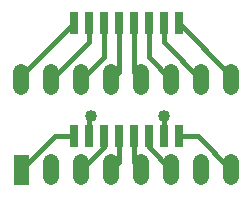
<source format=gtl>
%FSLAX24Y24*%
%MOIN*%
%ADD10C,0.0170*%
%ADD11C,0.0400*%
%ADD12C,0.0520*%
D10*
G01X3624Y5817D02*
X3624Y4687D01*
X3624Y4687D02*
X2875Y3937D01*
X3625Y2057D02*
X3625Y1687D01*
X3625Y1687D02*
X2875Y937D01*
X4625Y2057D02*
X4625Y1187D01*
X4625Y1187D02*
X4875Y937D01*
X2624Y5817D02*
X875Y4067D01*
X875Y4067D02*
X875Y3937D01*
X6124Y5817D02*
X7875Y4067D01*
X7875Y4067D02*
X7875Y3937D01*
X4125Y2057D02*
X4125Y1187D01*
X4125Y1187D02*
X3875Y937D01*
X3125Y2057D02*
X3125Y2677D01*
X3125Y2677D02*
X3182Y2734D01*
X6125Y2057D02*
X6754Y2057D01*
X6754Y2057D02*
X7875Y937D01*
X2625Y2057D02*
X1994Y2057D01*
X1994Y2057D02*
X875Y937D01*
X5125Y2057D02*
X5125Y1687D01*
X5125Y1687D02*
X5875Y937D01*
X3124Y5817D02*
X3124Y5187D01*
X3124Y5187D02*
X1875Y3937D01*
X4124Y5817D02*
X4124Y4187D01*
X4124Y4187D02*
X3875Y3937D01*
X5624Y5817D02*
X5624Y5187D01*
X5624Y5187D02*
X6875Y3937D01*
X4624Y5817D02*
X4624Y4187D01*
X4624Y4187D02*
X4875Y3937D01*
X5124Y5817D02*
X5124Y4687D01*
X5124Y4687D02*
X5875Y3937D01*
X5625Y2057D02*
X5625Y2724D01*
D11*
G01X3182Y2734D03*
X5625Y2724D03*
D12*
G01X875Y3697D02*
X875Y4177D01*
X2875Y697D02*
X2875Y1177D01*
X1875Y697D02*
X1875Y1177D01*
X1875Y3697D02*
X1875Y4177D01*
X7875Y3697D02*
X7875Y4177D01*
X6875Y3697D02*
X6875Y4177D01*
X4875Y697D02*
X4875Y1177D01*
X6875Y697D02*
X6875Y1177D01*
X3875Y697D02*
X3875Y1177D01*
X7875Y697D02*
X7875Y1177D01*
X5875Y697D02*
X5875Y1177D01*
X3875Y3697D02*
X3875Y4177D01*
X2875Y3697D02*
X2875Y4177D01*
X5875Y3697D02*
X5875Y4177D01*
X4875Y3697D02*
X4875Y4177D01*
G36*
X1135Y1437D02*G01*
X615Y1437D01*X615Y437D01*X1135Y437D01*G37*
G36*
X6253Y2412D02*G01*
X5997Y2412D01*X5997Y1703D01*X6253Y1703D01*G37*
G36*
X2753Y2411D02*G01*
X2497Y2411D01*X2497Y1703D01*X2753Y1703D01*G37*
G36*
X5252Y6171D02*G01*
X4996Y6171D01*X4996Y5463D01*X5252Y5463D01*G37*
G36*
X4753Y2411D02*G01*
X4497Y2411D01*X4497Y1703D01*X4753Y1703D01*G37*
G36*
X5253Y2412D02*G01*
X4997Y2412D01*X4997Y1703D01*X5253Y1703D01*G37*
G36*
X4253Y2411D02*G01*
X3997Y2411D01*X3997Y1703D01*X4253Y1703D01*G37*
G36*
X4752Y6171D02*G01*
X4496Y6171D01*X4496Y5463D01*X4752Y5463D01*G37*
G36*
X4252Y6171D02*G01*
X3996Y6171D01*X3996Y5463D01*X4252Y5463D01*G37*
G36*
X5752Y6171D02*G01*
X5496Y6171D01*X5496Y5463D01*X5752Y5463D01*G37*
G36*
X2752Y6171D02*G01*
X2496Y6171D01*X2496Y5462D01*X2752Y5462D01*G37*
G36*
X3753Y2411D02*G01*
X3497Y2411D01*X3497Y1703D01*X3753Y1703D01*G37*
G36*
X3252Y6171D02*G01*
X2996Y6171D01*X2996Y5463D01*X3252Y5463D01*G37*
G36*
X3752Y6171D02*G01*
X3496Y6171D01*X3496Y5463D01*X3752Y5463D01*G37*
G36*
X6252Y6171D02*G01*
X5996Y6171D01*X5996Y5463D01*X6252Y5463D01*G37*
G36*
X5753Y2412D02*G01*
X5497Y2412D01*X5497Y1703D01*X5753Y1703D01*G37*
G36*
X3253Y2411D02*G01*
X2997Y2411D01*X2997Y1703D01*X3253Y1703D01*G37*
M02*

</source>
